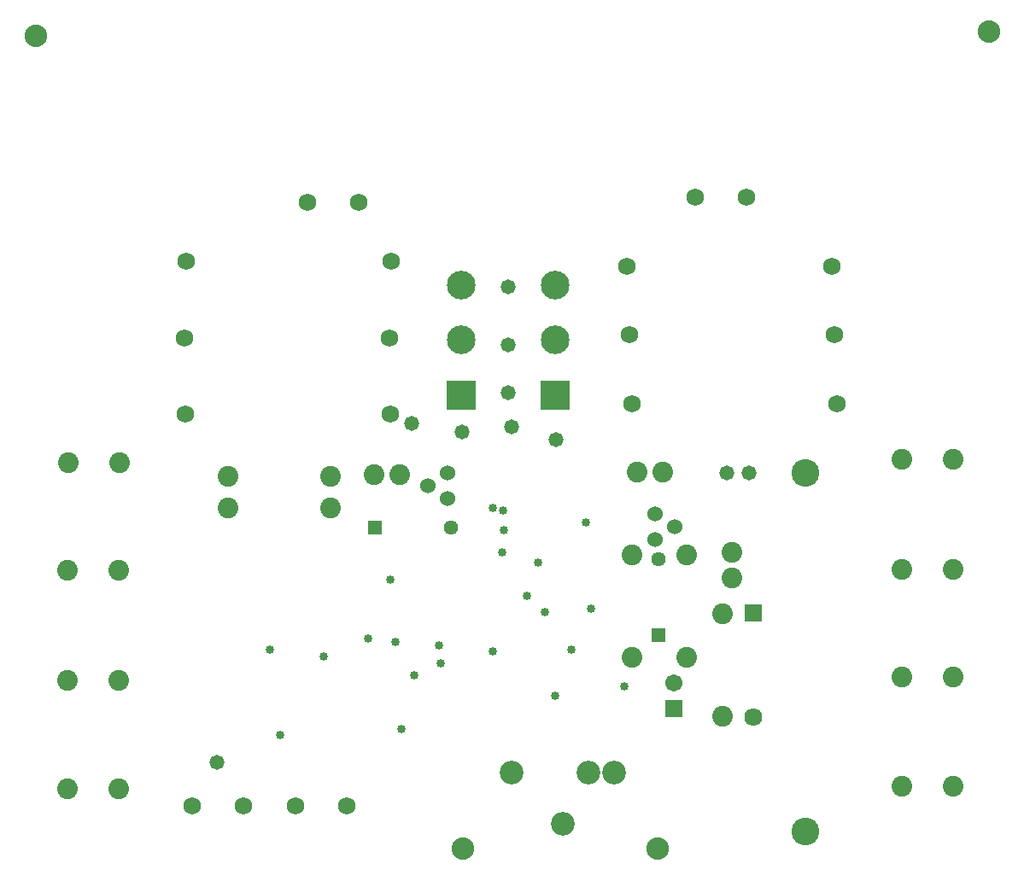
<source format=gbs>
G04*
G04 #@! TF.GenerationSoftware,Altium Limited,Altium Designer,24.0.1 (36)*
G04*
G04 Layer_Color=16711935*
%FSLAX25Y25*%
%MOIN*%
G70*
G04*
G04 #@! TF.SameCoordinates,92507F75-474C-4227-9718-4D99FAF4D6AC*
G04*
G04*
G04 #@! TF.FilePolarity,Negative*
G04*
G01*
G75*
%ADD35C,0.08083*%
%ADD36C,0.08800*%
%ADD37C,0.06800*%
%ADD38C,0.11194*%
%ADD39R,0.11194X0.11194*%
%ADD40C,0.05674*%
%ADD41R,0.05674X0.05674*%
%ADD42C,0.06000*%
%ADD43R,0.07060X0.07060*%
%ADD44C,0.07060*%
%ADD45C,0.06737*%
%ADD46R,0.06737X0.06737*%
%ADD47C,0.09265*%
%ADD48C,0.10800*%
%ADD49R,0.05674X0.05674*%
%ADD50C,0.05800*%
%ADD51C,0.03359*%
D35*
X26000Y72500D02*
D03*
X46000D02*
D03*
X26200Y157600D02*
D03*
X46200D02*
D03*
X26000Y30400D02*
D03*
X46000D02*
D03*
X26000Y115500D02*
D03*
X46000D02*
D03*
X371600Y31300D02*
D03*
X351600D02*
D03*
X371600Y74000D02*
D03*
X351600D02*
D03*
X371600Y116100D02*
D03*
X351600D02*
D03*
X371600Y159100D02*
D03*
X351600D02*
D03*
X88700Y139900D02*
D03*
X128700D02*
D03*
X281800Y58600D02*
D03*
Y98600D02*
D03*
X145800Y153100D02*
D03*
X155800D02*
D03*
X88600Y152200D02*
D03*
X128600D02*
D03*
X285300Y112800D02*
D03*
Y122800D02*
D03*
X248200Y153900D02*
D03*
X258200D02*
D03*
X246500Y121800D02*
D03*
Y81800D02*
D03*
X267600Y121800D02*
D03*
Y81800D02*
D03*
D36*
X180400Y6900D02*
D03*
X256200D02*
D03*
X385600Y325900D02*
D03*
X13600Y324200D02*
D03*
D37*
X270900Y261300D02*
D03*
X290900D02*
D03*
X139800Y259400D02*
D03*
X119800D02*
D03*
X74803Y23622D02*
D03*
X94803D02*
D03*
X115000Y23600D02*
D03*
X135000D02*
D03*
X71900Y176600D02*
D03*
X151900D02*
D03*
X71663Y206137D02*
D03*
X151663D02*
D03*
X72300Y236200D02*
D03*
X152300D02*
D03*
X324500Y234400D02*
D03*
X244500D02*
D03*
X326400Y180800D02*
D03*
X246400D02*
D03*
X325400Y207500D02*
D03*
X245400D02*
D03*
D38*
X216400Y226957D02*
D03*
Y205500D02*
D03*
X179600D02*
D03*
Y226957D02*
D03*
D39*
X216400Y184043D02*
D03*
X179600D02*
D03*
D40*
X175637Y132300D02*
D03*
X256800Y119937D02*
D03*
D41*
X145963Y132300D02*
D03*
D42*
X174300Y143700D02*
D03*
X166800Y148700D02*
D03*
X174300Y153700D02*
D03*
X255500Y127800D02*
D03*
X263000Y132800D02*
D03*
X255500Y137800D02*
D03*
D43*
X293600Y98994D02*
D03*
D44*
Y58206D02*
D03*
D45*
X262700Y71500D02*
D03*
D46*
Y61500D02*
D03*
D47*
X219300Y16600D02*
D03*
X199300Y36600D02*
D03*
X229300D02*
D03*
X239300D02*
D03*
D48*
X314000Y13800D02*
D03*
Y153800D02*
D03*
D49*
X256800Y90263D02*
D03*
D50*
X160206Y172894D02*
D03*
X197900Y203700D02*
D03*
Y185000D02*
D03*
Y226200D02*
D03*
X283465Y153543D02*
D03*
X84346Y40661D02*
D03*
X216600Y166500D02*
D03*
X180000Y169500D02*
D03*
X199300Y171800D02*
D03*
X292000Y153800D02*
D03*
D51*
X212200Y99200D02*
D03*
X108900Y51400D02*
D03*
X192000Y83900D02*
D03*
X222765Y84692D02*
D03*
X216500Y66800D02*
D03*
X152000Y111900D02*
D03*
X125900Y82100D02*
D03*
X161269Y74636D02*
D03*
X228200Y134300D02*
D03*
X153900Y87700D02*
D03*
X243300Y70300D02*
D03*
X230199Y100704D02*
D03*
X209700Y118800D02*
D03*
X156500Y53800D02*
D03*
X205263Y105661D02*
D03*
X171000Y86200D02*
D03*
X143200Y88900D02*
D03*
X105100Y84500D02*
D03*
X171600Y79400D02*
D03*
X192000Y140133D02*
D03*
X196100Y139100D02*
D03*
X195800Y122800D02*
D03*
X196200Y131300D02*
D03*
M02*

</source>
